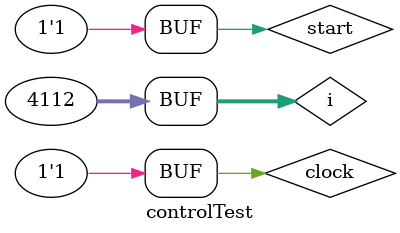
<source format=v>
`timescale 1ns/1ps

module controlTest;
	reg clock;
	reg start; 
	wire [15:0] s1s2mux, newDist, PEready;
	wire CompStart;
	wire [3:0] VectorX, VectorY;
	wire [7:0] AddressR;
	wire [9:0] AddressS1, AddressS2;
	wire completed;
	integer i;

	control dut(clock, start,s1s2mux, newDist, CompStart, PEready, VectorX, VectorY, AddressR, AddressS1, AddressS2, completed);
	initial begin
		start = 0;
		clock = 0; #5; clock = 1; #5; clock = 0; #5; clock = 1; #5;
		start = 1;
		for (i = 0; i < 4112; i = i+1)begin
			clock = 0; #5; clock = 1; #5;
		end
	end
endmodule 
</source>
